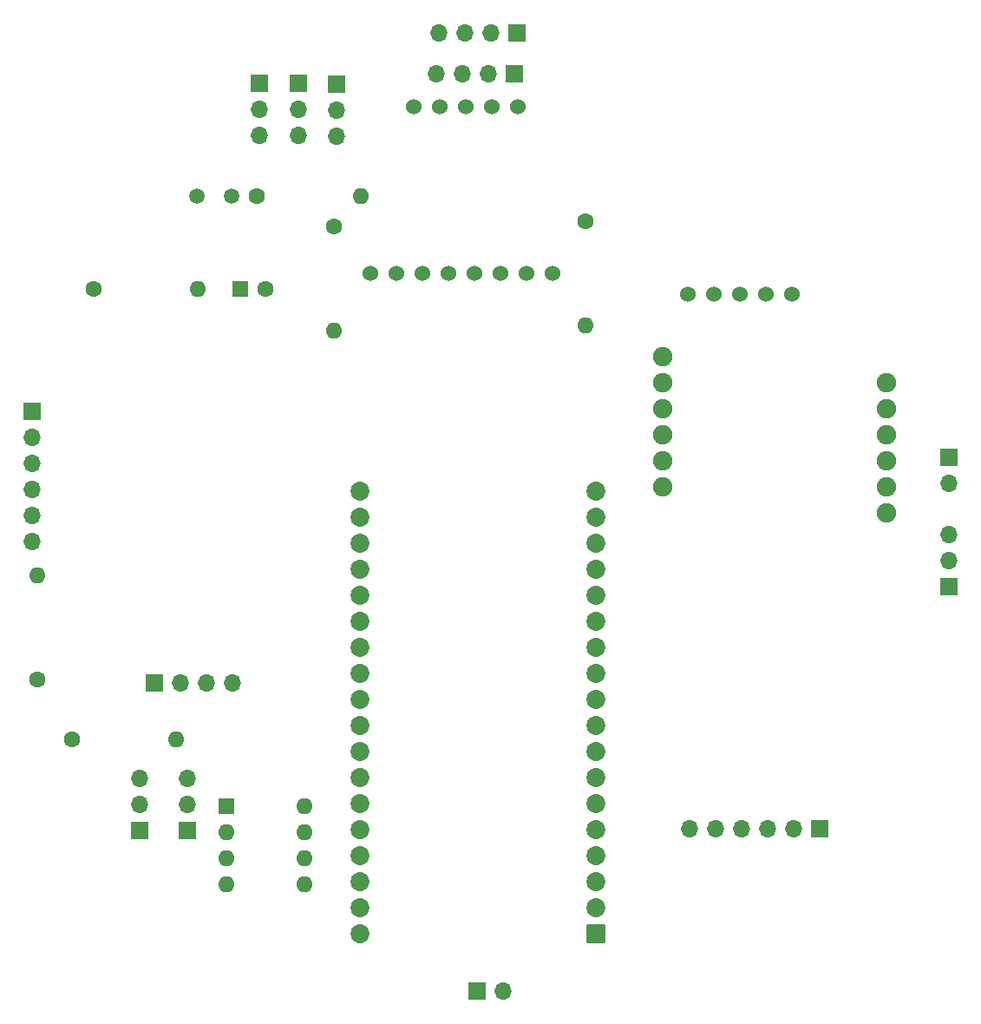
<source format=gbr>
%TF.GenerationSoftware,KiCad,Pcbnew,8.0.4*%
%TF.CreationDate,2024-10-11T13:15:18-06:00*%
%TF.ProjectId,cansat,63616e73-6174-42e6-9b69-6361645f7063,rev?*%
%TF.SameCoordinates,Original*%
%TF.FileFunction,Soldermask,Bot*%
%TF.FilePolarity,Negative*%
%FSLAX46Y46*%
G04 Gerber Fmt 4.6, Leading zero omitted, Abs format (unit mm)*
G04 Created by KiCad (PCBNEW 8.0.4) date 2024-10-11 13:15:18*
%MOMM*%
%LPD*%
G01*
G04 APERTURE LIST*
G04 Aperture macros list*
%AMRoundRect*
0 Rectangle with rounded corners*
0 $1 Rounding radius*
0 $2 $3 $4 $5 $6 $7 $8 $9 X,Y pos of 4 corners*
0 Add a 4 corners polygon primitive as box body*
4,1,4,$2,$3,$4,$5,$6,$7,$8,$9,$2,$3,0*
0 Add four circle primitives for the rounded corners*
1,1,$1+$1,$2,$3*
1,1,$1+$1,$4,$5*
1,1,$1+$1,$6,$7*
1,1,$1+$1,$8,$9*
0 Add four rect primitives between the rounded corners*
20,1,$1+$1,$2,$3,$4,$5,0*
20,1,$1+$1,$4,$5,$6,$7,0*
20,1,$1+$1,$6,$7,$8,$9,0*
20,1,$1+$1,$8,$9,$2,$3,0*%
G04 Aperture macros list end*
%ADD10C,1.524000*%
%ADD11R,1.700000X1.700000*%
%ADD12O,1.700000X1.700000*%
%ADD13R,1.600000X1.600000*%
%ADD14O,1.600000X1.600000*%
%ADD15C,1.600000*%
%ADD16C,1.854000*%
%ADD17RoundRect,0.102000X0.825000X0.825000X-0.825000X0.825000X-0.825000X-0.825000X0.825000X-0.825000X0*%
%ADD18C,1.500000*%
%ADD19C,1.900000*%
G04 APERTURE END LIST*
D10*
%TO.C,U8*%
X167547000Y-65523000D03*
X170087000Y-65523000D03*
X172627000Y-65523000D03*
X175167000Y-65523000D03*
X177707000Y-65523000D03*
%TD*%
D11*
%TO.C,J17*%
X118650000Y-117880000D03*
D12*
X118650000Y-115340000D03*
X118650000Y-112800000D03*
%TD*%
D13*
%TO.C,SW1*%
X122500000Y-115460000D03*
D14*
X122500000Y-118000000D03*
X122500000Y-120540000D03*
X122500000Y-123080000D03*
X130120000Y-123080000D03*
X130120000Y-120540000D03*
X130120000Y-118000000D03*
X130120000Y-115460000D03*
%TD*%
D15*
%TO.C,R5*%
X109500000Y-65000000D03*
D14*
X119660000Y-65000000D03*
%TD*%
D11*
%TO.C,U7*%
X103500000Y-76920000D03*
D12*
X103500000Y-79460000D03*
X103500000Y-82000000D03*
X103500000Y-84540000D03*
X103500000Y-87080000D03*
X103500000Y-89620000D03*
%TD*%
D15*
%TO.C,R4*%
X157500000Y-58420000D03*
D14*
X157500000Y-68580000D03*
%TD*%
D15*
%TO.C,R3*%
X133000000Y-58920000D03*
D14*
X133000000Y-69080000D03*
%TD*%
D16*
%TO.C,U1*%
X135490000Y-127900000D03*
X135490000Y-125360000D03*
X135490000Y-122820000D03*
X135490000Y-120280000D03*
X135490000Y-117740000D03*
X135490000Y-115200000D03*
X135490000Y-112660000D03*
X135490000Y-110120000D03*
X135490000Y-107580000D03*
X135490000Y-105040000D03*
X135490000Y-102500000D03*
X135490000Y-99960000D03*
X135490000Y-97420000D03*
X135490000Y-94880000D03*
X135490000Y-92340000D03*
X135490000Y-89800000D03*
X135490000Y-87260000D03*
X135490000Y-84720000D03*
D17*
X158510000Y-127900000D03*
D16*
X158510000Y-125360000D03*
X158510000Y-122820000D03*
X158510000Y-120280000D03*
X158510000Y-117740000D03*
X158510000Y-115200000D03*
X158510000Y-112660000D03*
X158510000Y-110120000D03*
X158510000Y-107580000D03*
X158510000Y-105040000D03*
X158510000Y-102500000D03*
X158510000Y-99960000D03*
X158510000Y-97420000D03*
X158510000Y-94880000D03*
X158510000Y-92340000D03*
X158510000Y-89800000D03*
X158510000Y-87260000D03*
X158510000Y-84720000D03*
%TD*%
D10*
%TO.C,U6*%
X154263000Y-63515000D03*
X151723000Y-63515000D03*
X149183000Y-63515000D03*
X146643000Y-63515000D03*
X144103000Y-63515000D03*
X141563000Y-63515000D03*
X139023000Y-63515000D03*
X136483000Y-63515000D03*
%TD*%
D11*
%TO.C,J1*%
X146960000Y-133500000D03*
D12*
X149500000Y-133500000D03*
%TD*%
D11*
%TO.C,J10*%
X129500000Y-44975000D03*
D12*
X129500000Y-47515000D03*
X129500000Y-50055000D03*
%TD*%
D13*
%TO.C,C1*%
X123794888Y-65000000D03*
D15*
X126294888Y-65000000D03*
%TD*%
D11*
%TO.C,J2*%
X193000000Y-81425000D03*
D12*
X193000000Y-83965000D03*
%TD*%
D15*
%TO.C,R2*%
X125420000Y-56000000D03*
D14*
X135580000Y-56000000D03*
%TD*%
D15*
%TO.C,R6*%
X104000000Y-103080000D03*
D14*
X104000000Y-92920000D03*
%TD*%
D11*
%TO.C,U3*%
X115470000Y-103450000D03*
D12*
X118010000Y-103450000D03*
X120550000Y-103450000D03*
X123090000Y-103450000D03*
%TD*%
D10*
%TO.C,U5*%
X150953000Y-47277000D03*
X148413000Y-47277000D03*
X145873000Y-47277000D03*
X143333000Y-47277000D03*
X140793000Y-47277000D03*
%TD*%
D11*
%TO.C,J7*%
X150800000Y-40000000D03*
D12*
X148260000Y-40000000D03*
X145720000Y-40000000D03*
X143180000Y-40000000D03*
%TD*%
D11*
%TO.C,J16*%
X193000000Y-94080000D03*
D12*
X193000000Y-91540000D03*
X193000000Y-89000000D03*
%TD*%
D18*
%TO.C,R1*%
X119600000Y-56000000D03*
X123000000Y-56000000D03*
%TD*%
D11*
%TO.C,J18*%
X114000000Y-117880000D03*
D12*
X114000000Y-115340000D03*
X114000000Y-112800000D03*
%TD*%
D19*
%TO.C,U4*%
X186900000Y-86840000D03*
X186900000Y-84300000D03*
X186900000Y-81760000D03*
X186900000Y-79220000D03*
X186900000Y-76680000D03*
X186900000Y-74140000D03*
X165030000Y-71600000D03*
X165030000Y-74140000D03*
X165030000Y-76680000D03*
X165030000Y-79220000D03*
X165030000Y-81760000D03*
X165030000Y-84300000D03*
%TD*%
D15*
%TO.C,R7*%
X107420000Y-109000000D03*
D14*
X117580000Y-109000000D03*
%TD*%
D11*
%TO.C,J9*%
X133200000Y-45060000D03*
D12*
X133200000Y-47600000D03*
X133200000Y-50140000D03*
%TD*%
D11*
%TO.C,J8*%
X150540000Y-44000000D03*
D12*
X148000000Y-44000000D03*
X145460000Y-44000000D03*
X142920000Y-44000000D03*
%TD*%
D11*
%TO.C,J11*%
X125700000Y-44920000D03*
D12*
X125700000Y-47460000D03*
X125700000Y-50000000D03*
%TD*%
D11*
%TO.C,U2*%
X180350000Y-117700000D03*
D12*
X177810000Y-117700000D03*
X175270000Y-117700000D03*
X172730000Y-117700000D03*
X170190000Y-117700000D03*
X167650000Y-117700000D03*
%TD*%
M02*

</source>
